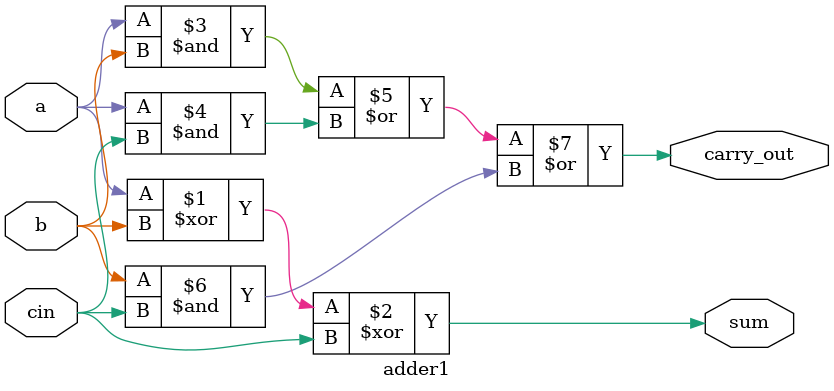
<source format=v>
`timescale 1ns / 1ps

// adder1.v
module adder1(
    input  a,
    input  b,
    input  cin,
    output sum,
    output carry_out
);

assign sum       = a ^ b ^ cin;
assign carry_out = (a & b) | (a & cin) | (b & cin);

endmodule

</source>
